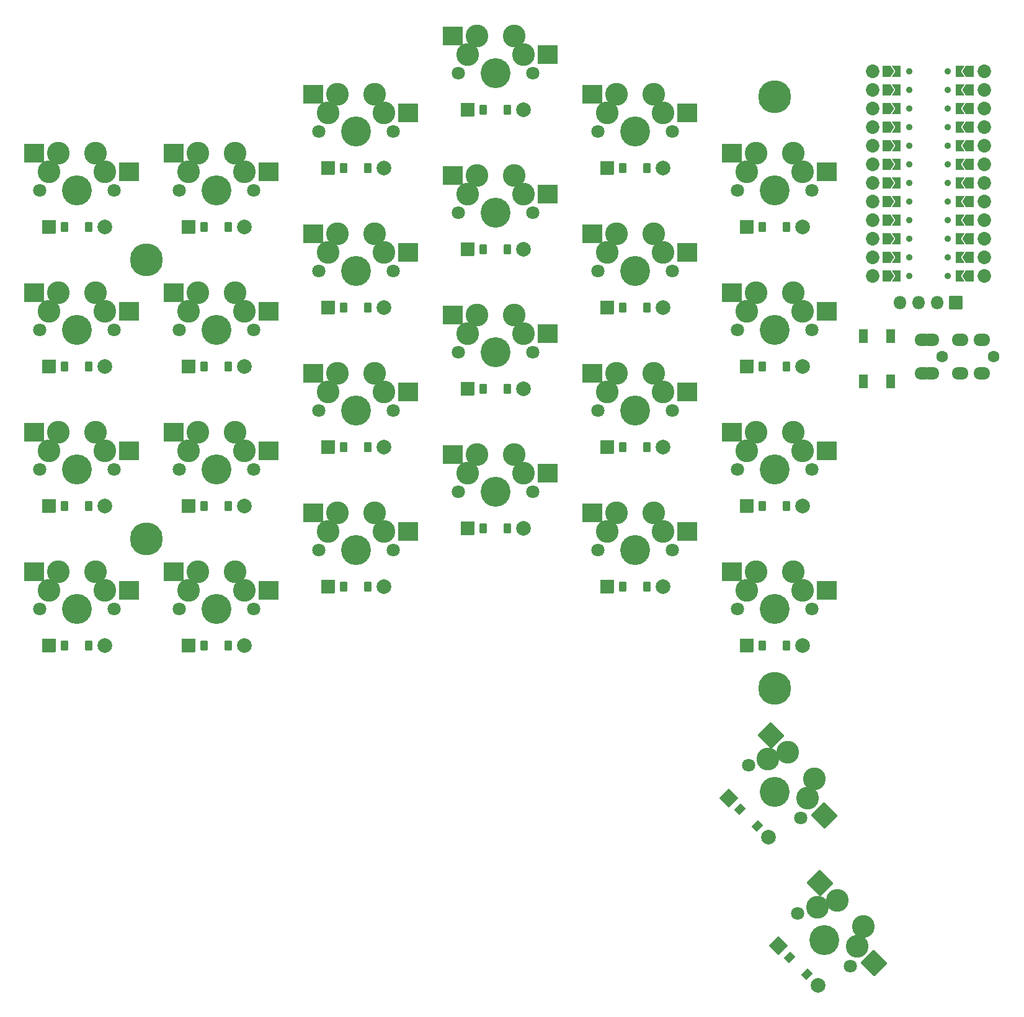
<source format=gbr>
%TF.GenerationSoftware,KiCad,Pcbnew,9.0.3-1.fc42*%
%TF.CreationDate,2025-07-31T15:34:24-03:00*%
%TF.ProjectId,main_pcb,6d61696e-5f70-4636-922e-6b696361645f,v1.0.0*%
%TF.SameCoordinates,Original*%
%TF.FileFunction,Soldermask,Top*%
%TF.FilePolarity,Negative*%
%FSLAX46Y46*%
G04 Gerber Fmt 4.6, Leading zero omitted, Abs format (unit mm)*
G04 Created by KiCad (PCBNEW 9.0.3-1.fc42) date 2025-07-31 15:34:24*
%MOMM*%
%LPD*%
G01*
G04 APERTURE LIST*
G04 Aperture macros list*
%AMRoundRect*
0 Rectangle with rounded corners*
0 $1 Rounding radius*
0 $2 $3 $4 $5 $6 $7 $8 $9 X,Y pos of 4 corners*
0 Add a 4 corners polygon primitive as box body*
4,1,4,$2,$3,$4,$5,$6,$7,$8,$9,$2,$3,0*
0 Add four circle primitives for the rounded corners*
1,1,$1+$1,$2,$3*
1,1,$1+$1,$4,$5*
1,1,$1+$1,$6,$7*
1,1,$1+$1,$8,$9*
0 Add four rect primitives between the rounded corners*
20,1,$1+$1,$2,$3,$4,$5,0*
20,1,$1+$1,$4,$5,$6,$7,0*
20,1,$1+$1,$6,$7,$8,$9,0*
20,1,$1+$1,$8,$9,$2,$3,0*%
%AMFreePoly0*
4,1,16,0.535355,0.785355,0.541603,0.777735,1.041603,0.027735,1.049029,-0.009806,1.041603,-0.027735,0.541603,-0.777735,0.509806,-0.799029,0.500000,-0.800000,-0.500000,-0.800000,-0.535355,-0.785355,-0.550000,-0.750000,-0.550000,0.750000,-0.535355,0.785355,-0.500000,0.800000,0.500000,0.800000,0.535355,0.785355,0.535355,0.785355,$1*%
%AMFreePoly1*
4,1,16,0.535355,0.785355,0.550000,0.750000,0.550000,-0.750000,0.535355,-0.785355,0.500000,-0.800000,-0.650000,-0.800000,-0.685355,-0.785355,-0.700000,-0.750000,-0.691603,-0.722265,-0.210093,0.000000,-0.691603,0.722265,-0.699029,0.759806,-0.677735,0.791603,-0.650000,0.800000,0.500000,0.800000,0.535355,0.785355,0.535355,0.785355,$1*%
G04 Aperture macros list end*
%ADD10RoundRect,0.050000X0.550000X-0.900000X0.550000X0.900000X-0.550000X0.900000X-0.550000X-0.900000X0*%
%ADD11RoundRect,0.050000X-0.889000X-0.889000X0.889000X-0.889000X0.889000X0.889000X-0.889000X0.889000X0*%
%ADD12RoundRect,0.050000X-0.450000X-0.600000X0.450000X-0.600000X0.450000X0.600000X-0.450000X0.600000X0*%
%ADD13C,2.005000*%
%ADD14C,1.801800*%
%ADD15C,3.100000*%
%ADD16C,4.087800*%
%ADD17RoundRect,0.050000X-1.785445X0.017678X0.017678X-1.785445X1.785445X-0.017678X-0.017678X1.785445X0*%
%ADD18RoundRect,0.050000X-1.275000X-1.250000X1.275000X-1.250000X1.275000X1.250000X-1.275000X1.250000X0*%
%ADD19C,1.852600*%
%ADD20FreePoly0,0.000000*%
%ADD21FreePoly1,0.000000*%
%ADD22FreePoly1,180.000000*%
%ADD23FreePoly0,180.000000*%
%ADD24C,0.900000*%
%ADD25RoundRect,0.050000X-1.257236X0.000000X0.000000X-1.257236X1.257236X0.000000X0.000000X1.257236X0*%
%ADD26RoundRect,0.050000X-0.742462X-0.106066X-0.106066X-0.742462X0.742462X0.106066X0.106066X0.742462X0*%
%ADD27C,1.600000*%
%ADD28O,2.300000X1.700000*%
%ADD29C,0.800000*%
%ADD30C,4.500000*%
%ADD31RoundRect,0.050000X-0.850000X-0.850000X0.850000X-0.850000X0.850000X0.850000X-0.850000X0.850000X0*%
%ADD32O,1.800000X1.800000*%
G04 APERTURE END LIST*
D10*
%TO.C,B1*%
X257400000Y-119000000D03*
X257400000Y-112800000D03*
X261100000Y-119000000D03*
X261100000Y-112800000D03*
%TD*%
D11*
%TO.C,D9*%
X184290000Y-147000000D03*
D12*
X186450000Y-147000000D03*
X189750000Y-147000000D03*
D13*
X191910000Y-147000000D03*
%TD*%
D11*
%TO.C,D4*%
X146190000Y-97850000D03*
D12*
X148350000Y-97850000D03*
X151650000Y-97850000D03*
D13*
X153810000Y-97850000D03*
%TD*%
D11*
%TO.C,D24*%
X241440000Y-97850000D03*
D12*
X243600000Y-97850000D03*
X246900000Y-97850000D03*
D13*
X249060000Y-97850000D03*
%TD*%
D11*
%TO.C,D18*%
X222390000Y-127950000D03*
D12*
X224550000Y-127950000D03*
X227850000Y-127950000D03*
D13*
X230010000Y-127950000D03*
%TD*%
D11*
%TO.C,D13*%
X203340000Y-139000000D03*
D12*
X205500000Y-139000000D03*
X208800000Y-139000000D03*
D13*
X210960000Y-139000000D03*
%TD*%
D14*
%TO.C,S26*%
X248393098Y-191613498D03*
D15*
X251087174Y-190715472D03*
X253781251Y-189817446D03*
D16*
X251985200Y-195205600D03*
D15*
X257373354Y-193409549D03*
X256475328Y-196103626D03*
D14*
X255577302Y-198797702D03*
D17*
X258791103Y-198419400D03*
X251446385Y-187482580D03*
%TD*%
D14*
%TO.C,S22*%
X240170000Y-130950000D03*
D15*
X241440000Y-128410000D03*
X242710000Y-125870000D03*
D16*
X245250000Y-130950000D03*
D15*
X247790000Y-125870000D03*
X249060000Y-128410000D03*
D14*
X250330000Y-130950000D03*
D18*
X252335000Y-128410000D03*
X239408000Y-125870000D03*
%TD*%
D14*
%TO.C,S12*%
X183020000Y-84850000D03*
D15*
X184290000Y-82310000D03*
X185560000Y-79770000D03*
D16*
X188100000Y-84850000D03*
D15*
X190640000Y-79770000D03*
X191910000Y-82310000D03*
D14*
X193180000Y-84850000D03*
D18*
X195185000Y-82310000D03*
X182258000Y-79770000D03*
%TD*%
D14*
%TO.C,S11*%
X183020000Y-103900000D03*
D15*
X184290000Y-101360000D03*
X185560000Y-98820000D03*
D16*
X188100000Y-103900000D03*
D15*
X190640000Y-98820000D03*
X191910000Y-101360000D03*
D14*
X193180000Y-103900000D03*
D18*
X195185000Y-101360000D03*
X182258000Y-98820000D03*
%TD*%
D19*
%TO.C,MCU1*%
X258599997Y-86759999D03*
X258599999Y-79140001D03*
X258599999Y-91840001D03*
X258599999Y-96919999D03*
X258599999Y-99459995D03*
X258600000Y-94380000D03*
X258600000Y-102000000D03*
X258600001Y-81679999D03*
X258600001Y-84220001D03*
X258600001Y-89300000D03*
X258600008Y-104539999D03*
X258600015Y-76600002D03*
D20*
X260504999Y-76600000D03*
X260504999Y-94380001D03*
X260504999Y-99459997D03*
X260504999Y-104540003D03*
X260505000Y-79140001D03*
X260505000Y-81680000D03*
X260505000Y-84219999D03*
X260505000Y-102000000D03*
X260505001Y-86760000D03*
X260505001Y-91839999D03*
X260505003Y-89300001D03*
X260505003Y-96920001D03*
D21*
X261954993Y-94380000D03*
X261954994Y-81680002D03*
X261954995Y-99460000D03*
X261954995Y-104539999D03*
X261954996Y-76600000D03*
X261954996Y-84220000D03*
X261954996Y-91840000D03*
X261954996Y-96920000D03*
X261954996Y-101999999D03*
X261954997Y-79140001D03*
X261954997Y-89300000D03*
X261954998Y-86760008D03*
D22*
X270484993Y-91839986D03*
X270484994Y-79139999D03*
X270484994Y-84219999D03*
X270484994Y-89300007D03*
X270484994Y-96920000D03*
X270484994Y-99460000D03*
X270484994Y-104540000D03*
X270484995Y-76600000D03*
X270484995Y-81680001D03*
X270484995Y-101999999D03*
X270484996Y-94380000D03*
X270485001Y-86760000D03*
D23*
X271934997Y-84219999D03*
X271934997Y-91839999D03*
X271934999Y-89300001D03*
X271934999Y-94380000D03*
X271935000Y-79140000D03*
X271935000Y-96920001D03*
X271935000Y-99460000D03*
X271935000Y-101999999D03*
X271935001Y-76599997D03*
X271935001Y-81680003D03*
X271935001Y-86759999D03*
X271935001Y-104540000D03*
D19*
X273839985Y-104539998D03*
X273839992Y-76600001D03*
X273839999Y-91840000D03*
X273839999Y-96919999D03*
X273839999Y-99460001D03*
X273840000Y-79140000D03*
X273840000Y-86760000D03*
X273840001Y-81680005D03*
X273840001Y-84220001D03*
X273840001Y-89299999D03*
X273840001Y-101999999D03*
X273840003Y-94380001D03*
D24*
X268840000Y-76599999D03*
X263599997Y-81680004D03*
X263600000Y-84219999D03*
X268840003Y-79140004D03*
X263600001Y-79139999D03*
X263600000Y-76600000D03*
X263599999Y-86760000D03*
X263599999Y-89300001D03*
X263600000Y-91840000D03*
X263600001Y-94379999D03*
X263600001Y-96920000D03*
X263600001Y-99459999D03*
X263599997Y-101999996D03*
X263600000Y-104540001D03*
X268840000Y-104540000D03*
X268840003Y-99459996D03*
X268840000Y-96920001D03*
X268839999Y-102000001D03*
X268840001Y-94380000D03*
X268840001Y-91839999D03*
X268840000Y-89300000D03*
X268839999Y-86760001D03*
X268839999Y-81680001D03*
X268839999Y-84220000D03*
%TD*%
D14*
%TO.C,S9*%
X183020000Y-142000000D03*
D15*
X184290000Y-139460000D03*
X185560000Y-136920000D03*
D16*
X188100000Y-142000000D03*
D15*
X190640000Y-136920000D03*
X191910000Y-139460000D03*
D14*
X193180000Y-142000000D03*
D18*
X195185000Y-139460000D03*
X182258000Y-136920000D03*
%TD*%
D11*
%TO.C,D22*%
X241440000Y-135950000D03*
D12*
X243600000Y-135950000D03*
X246900000Y-135950000D03*
D13*
X249060000Y-135950000D03*
%TD*%
D11*
%TO.C,D5*%
X165240000Y-155000000D03*
D12*
X167400000Y-155000000D03*
X170700000Y-155000000D03*
D13*
X172860000Y-155000000D03*
%TD*%
D14*
%TO.C,S4*%
X144920000Y-92850000D03*
D15*
X146190000Y-90310000D03*
X147460000Y-87770000D03*
D16*
X150000000Y-92850000D03*
D15*
X152540000Y-87770000D03*
X153810000Y-90310000D03*
D14*
X155080000Y-92850000D03*
D18*
X157085000Y-90310000D03*
X144158000Y-87770000D03*
%TD*%
D14*
%TO.C,S20*%
X221120000Y-84850000D03*
D15*
X222390000Y-82310000D03*
X223660000Y-79770000D03*
D16*
X226200000Y-84850000D03*
D15*
X228740000Y-79770000D03*
X230010000Y-82310000D03*
D14*
X231280000Y-84850000D03*
D18*
X233285000Y-82310000D03*
X220358000Y-79770000D03*
%TD*%
D14*
%TO.C,S15*%
X202070000Y-95900000D03*
D15*
X203340000Y-93360000D03*
X204610000Y-90820000D03*
D16*
X207150000Y-95900000D03*
D15*
X209690000Y-90820000D03*
X210960000Y-93360000D03*
D14*
X212230000Y-95900000D03*
D18*
X214235000Y-93360000D03*
X201308000Y-90820000D03*
%TD*%
D25*
%TO.C,D25*%
X239020423Y-175841423D03*
D26*
X240547774Y-177368774D03*
X242881226Y-179702226D03*
D13*
X244408577Y-181229577D03*
%TD*%
D11*
%TO.C,D11*%
X184290000Y-108900000D03*
D12*
X186450000Y-108900000D03*
X189750000Y-108900000D03*
D13*
X191910000Y-108900000D03*
%TD*%
D11*
%TO.C,D1*%
X146190000Y-155000000D03*
D12*
X148350000Y-155000000D03*
X151650000Y-155000000D03*
D13*
X153810000Y-155000000D03*
%TD*%
D11*
%TO.C,D20*%
X222390000Y-89850000D03*
D12*
X224550000Y-89850000D03*
X227850000Y-89850000D03*
D13*
X230010000Y-89850000D03*
%TD*%
D14*
%TO.C,S5*%
X163970000Y-150000000D03*
D15*
X165240000Y-147460000D03*
X166510000Y-144920000D03*
D16*
X169050000Y-150000000D03*
D15*
X171590000Y-144920000D03*
X172860000Y-147460000D03*
D14*
X174130000Y-150000000D03*
D18*
X176135000Y-147460000D03*
X163208000Y-144920000D03*
%TD*%
D11*
%TO.C,D19*%
X222390000Y-108900000D03*
D12*
X224550000Y-108900000D03*
X227850000Y-108900000D03*
D13*
X230010000Y-108900000D03*
%TD*%
D11*
%TO.C,D14*%
X203340000Y-119950000D03*
D12*
X205500000Y-119950000D03*
X208800000Y-119950000D03*
D13*
X210960000Y-119950000D03*
%TD*%
D14*
%TO.C,S8*%
X163970000Y-92850000D03*
D15*
X165240000Y-90310000D03*
X166510000Y-87770000D03*
D16*
X169050000Y-92850000D03*
D15*
X171590000Y-87770000D03*
X172860000Y-90310000D03*
D14*
X174130000Y-92850000D03*
D18*
X176135000Y-90310000D03*
X163208000Y-87770000D03*
%TD*%
D14*
%TO.C,S10*%
X183020000Y-122950000D03*
D15*
X184290000Y-120410000D03*
X185560000Y-117870000D03*
D16*
X188100000Y-122950000D03*
D15*
X190640000Y-117870000D03*
X191910000Y-120410000D03*
D14*
X193180000Y-122950000D03*
D18*
X195185000Y-120410000D03*
X182258000Y-117870000D03*
%TD*%
D11*
%TO.C,D17*%
X222390000Y-147000000D03*
D12*
X224550000Y-147000000D03*
X227850000Y-147000000D03*
D13*
X230010000Y-147000000D03*
%TD*%
D11*
%TO.C,D7*%
X165240000Y-116900000D03*
D12*
X167400000Y-116900000D03*
X170700000Y-116900000D03*
D13*
X172860000Y-116900000D03*
%TD*%
D11*
%TO.C,D12*%
X184290000Y-89850000D03*
D12*
X186450000Y-89850000D03*
X189750000Y-89850000D03*
D13*
X191910000Y-89850000D03*
%TD*%
D25*
%TO.C,D26*%
X245755623Y-196047023D03*
D26*
X247282974Y-197574374D03*
X249616426Y-199907826D03*
D13*
X251143777Y-201435177D03*
%TD*%
D27*
%TO.C,TRRS1*%
X275150000Y-115600000D03*
X268150000Y-115600000D03*
D28*
X265450000Y-113300000D03*
X265450000Y-117900000D03*
X266550000Y-113300000D03*
X266550000Y-117900000D03*
X270550000Y-113300000D03*
X270550000Y-117900000D03*
X273550000Y-113300000D03*
X273550000Y-117900000D03*
%TD*%
D14*
%TO.C,S19*%
X221120000Y-103900000D03*
D15*
X222390000Y-101360000D03*
X223660000Y-98820000D03*
D16*
X226200000Y-103900000D03*
D15*
X228740000Y-98820000D03*
X230010000Y-101360000D03*
D14*
X231280000Y-103900000D03*
D18*
X233285000Y-101360000D03*
X220358000Y-98820000D03*
%TD*%
D11*
%TO.C,D16*%
X203340000Y-81850000D03*
D12*
X205500000Y-81850000D03*
X208800000Y-81850000D03*
D13*
X210960000Y-81850000D03*
%TD*%
D14*
%TO.C,S1*%
X144920000Y-150000000D03*
D15*
X146190000Y-147460000D03*
X147460000Y-144920000D03*
D16*
X150000000Y-150000000D03*
D15*
X152540000Y-144920000D03*
X153810000Y-147460000D03*
D14*
X155080000Y-150000000D03*
D18*
X157085000Y-147460000D03*
X144158000Y-144920000D03*
%TD*%
D14*
%TO.C,S6*%
X163970000Y-130950000D03*
D15*
X165240000Y-128410000D03*
X166510000Y-125870000D03*
D16*
X169050000Y-130950000D03*
D15*
X171590000Y-125870000D03*
X172860000Y-128410000D03*
D14*
X174130000Y-130950000D03*
D18*
X176135000Y-128410000D03*
X163208000Y-125870000D03*
%TD*%
D14*
%TO.C,S7*%
X163970000Y-111900000D03*
D15*
X165240000Y-109360000D03*
X166510000Y-106820000D03*
D16*
X169050000Y-111900000D03*
D15*
X171590000Y-106820000D03*
X172860000Y-109360000D03*
D14*
X174130000Y-111900000D03*
D18*
X176135000Y-109360000D03*
X163208000Y-106820000D03*
%TD*%
D11*
%TO.C,D10*%
X184290000Y-127950000D03*
D12*
X186450000Y-127950000D03*
X189750000Y-127950000D03*
D13*
X191910000Y-127950000D03*
%TD*%
D14*
%TO.C,S16*%
X202070000Y-76850000D03*
D15*
X203340000Y-74310000D03*
X204610000Y-71770000D03*
D16*
X207150000Y-76850000D03*
D15*
X209690000Y-71770000D03*
X210960000Y-74310000D03*
D14*
X212230000Y-76850000D03*
D18*
X214235000Y-74310000D03*
X201308000Y-71770000D03*
%TD*%
D14*
%TO.C,S17*%
X221120000Y-142000000D03*
D15*
X222390000Y-139460000D03*
X223660000Y-136920000D03*
D16*
X226200000Y-142000000D03*
D15*
X228740000Y-136920000D03*
X230010000Y-139460000D03*
D14*
X231280000Y-142000000D03*
D18*
X233285000Y-139460000D03*
X220358000Y-136920000D03*
%TD*%
D14*
%TO.C,S13*%
X202070000Y-134000000D03*
D15*
X203340000Y-131460000D03*
X204610000Y-128920000D03*
D16*
X207150000Y-134000000D03*
D15*
X209690000Y-128920000D03*
X210960000Y-131460000D03*
D14*
X212230000Y-134000000D03*
D18*
X214235000Y-131460000D03*
X201308000Y-128920000D03*
%TD*%
D14*
%TO.C,S18*%
X221120000Y-122950000D03*
D15*
X222390000Y-120410000D03*
X223660000Y-117870000D03*
D16*
X226200000Y-122950000D03*
D15*
X228740000Y-117870000D03*
X230010000Y-120410000D03*
D14*
X231280000Y-122950000D03*
D18*
X233285000Y-120410000D03*
X220358000Y-117870000D03*
%TD*%
D29*
%TO.C,_3*%
X243600000Y-80086500D03*
X244083274Y-78919774D03*
X244083274Y-81253226D03*
X245250000Y-78436500D03*
D30*
X245250000Y-80086500D03*
D29*
X245250000Y-81736500D03*
X246416726Y-78919774D03*
X246416726Y-81253226D03*
X246900000Y-80086500D03*
%TD*%
D11*
%TO.C,D6*%
X165240000Y-135950000D03*
D12*
X167400000Y-135950000D03*
X170700000Y-135950000D03*
D13*
X172860000Y-135950000D03*
%TD*%
D14*
%TO.C,S21*%
X240170000Y-150000000D03*
D15*
X241440000Y-147460000D03*
X242710000Y-144920000D03*
D16*
X245250000Y-150000000D03*
D15*
X247790000Y-144920000D03*
X249060000Y-147460000D03*
D14*
X250330000Y-150000000D03*
D18*
X252335000Y-147460000D03*
X239408000Y-144920000D03*
%TD*%
D11*
%TO.C,D3*%
X146190000Y-116900000D03*
D12*
X148350000Y-116900000D03*
X151650000Y-116900000D03*
D13*
X153810000Y-116900000D03*
%TD*%
D11*
%TO.C,D2*%
X146190000Y-135950000D03*
D12*
X148350000Y-135950000D03*
X151650000Y-135950000D03*
D13*
X153810000Y-135950000D03*
%TD*%
D11*
%TO.C,D21*%
X241440000Y-155000000D03*
D12*
X243600000Y-155000000D03*
X246900000Y-155000000D03*
D13*
X249060000Y-155000000D03*
%TD*%
D14*
%TO.C,S25*%
X241657898Y-171407898D03*
D15*
X244351974Y-170509872D03*
X247046051Y-169611846D03*
D16*
X245250000Y-175000000D03*
D15*
X250638154Y-173203949D03*
X249740128Y-175898026D03*
D14*
X248842102Y-178592102D03*
D17*
X252055903Y-178213800D03*
X244711185Y-167276980D03*
%TD*%
D11*
%TO.C,D23*%
X241440000Y-116900000D03*
D12*
X243600000Y-116900000D03*
X246900000Y-116900000D03*
D13*
X249060000Y-116900000D03*
%TD*%
D14*
%TO.C,S23*%
X240170000Y-111900000D03*
D15*
X241440000Y-109360000D03*
X242710000Y-106820000D03*
D16*
X245250000Y-111900000D03*
D15*
X247790000Y-106820000D03*
X249060000Y-109360000D03*
D14*
X250330000Y-111900000D03*
D18*
X252335000Y-109360000D03*
X239408000Y-106820000D03*
%TD*%
D29*
%TO.C,_4*%
X243600000Y-160858500D03*
X244083274Y-159691774D03*
X244083274Y-162025226D03*
X245250000Y-159208500D03*
D30*
X245250000Y-160858500D03*
D29*
X245250000Y-162508500D03*
X246416726Y-159691774D03*
X246416726Y-162025226D03*
X246900000Y-160858500D03*
%TD*%
D14*
%TO.C,S3*%
X144920000Y-111900000D03*
D15*
X146190000Y-109360000D03*
X147460000Y-106820000D03*
D16*
X150000000Y-111900000D03*
D15*
X152540000Y-106820000D03*
X153810000Y-109360000D03*
D14*
X155080000Y-111900000D03*
D18*
X157085000Y-109360000D03*
X144158000Y-106820000D03*
%TD*%
D29*
%TO.C,_1*%
X157875000Y-102375000D03*
X158358274Y-101208274D03*
X158358274Y-103541726D03*
X159525000Y-100725000D03*
D30*
X159525000Y-102375000D03*
D29*
X159525000Y-104025000D03*
X160691726Y-101208274D03*
X160691726Y-103541726D03*
X161175000Y-102375000D03*
%TD*%
D14*
%TO.C,S14*%
X202070000Y-114950000D03*
D15*
X203340000Y-112410000D03*
X204610000Y-109870000D03*
D16*
X207150000Y-114950000D03*
D15*
X209690000Y-109870000D03*
X210960000Y-112410000D03*
D14*
X212230000Y-114950000D03*
D18*
X214235000Y-112410000D03*
X201308000Y-109870000D03*
%TD*%
D31*
%TO.C,OLED1*%
X269940000Y-108200000D03*
D32*
X267400000Y-108200000D03*
X264860000Y-108200000D03*
X262320000Y-108200000D03*
%TD*%
D14*
%TO.C,S2*%
X144920000Y-130950000D03*
D15*
X146190000Y-128410000D03*
X147460000Y-125870000D03*
D16*
X150000000Y-130950000D03*
D15*
X152540000Y-125870000D03*
X153810000Y-128410000D03*
D14*
X155080000Y-130950000D03*
D18*
X157085000Y-128410000D03*
X144158000Y-125870000D03*
%TD*%
D29*
%TO.C,_2*%
X157875000Y-140475000D03*
X158358274Y-139308274D03*
X158358274Y-141641726D03*
X159525000Y-138825000D03*
D30*
X159525000Y-140475000D03*
D29*
X159525000Y-142125000D03*
X160691726Y-139308274D03*
X160691726Y-141641726D03*
X161175000Y-140475000D03*
%TD*%
D11*
%TO.C,D8*%
X165240000Y-97850000D03*
D12*
X167400000Y-97850000D03*
X170700000Y-97850000D03*
D13*
X172860000Y-97850000D03*
%TD*%
D11*
%TO.C,D15*%
X203340000Y-100900000D03*
D12*
X205500000Y-100900000D03*
X208800000Y-100900000D03*
D13*
X210960000Y-100900000D03*
%TD*%
D14*
%TO.C,S24*%
X240170000Y-92850000D03*
D15*
X241440000Y-90310000D03*
X242710000Y-87770000D03*
D16*
X245250000Y-92850000D03*
D15*
X247790000Y-87770000D03*
X249060000Y-90310000D03*
D14*
X250330000Y-92850000D03*
D18*
X252335000Y-90310000D03*
X239408000Y-87770000D03*
%TD*%
M02*

</source>
